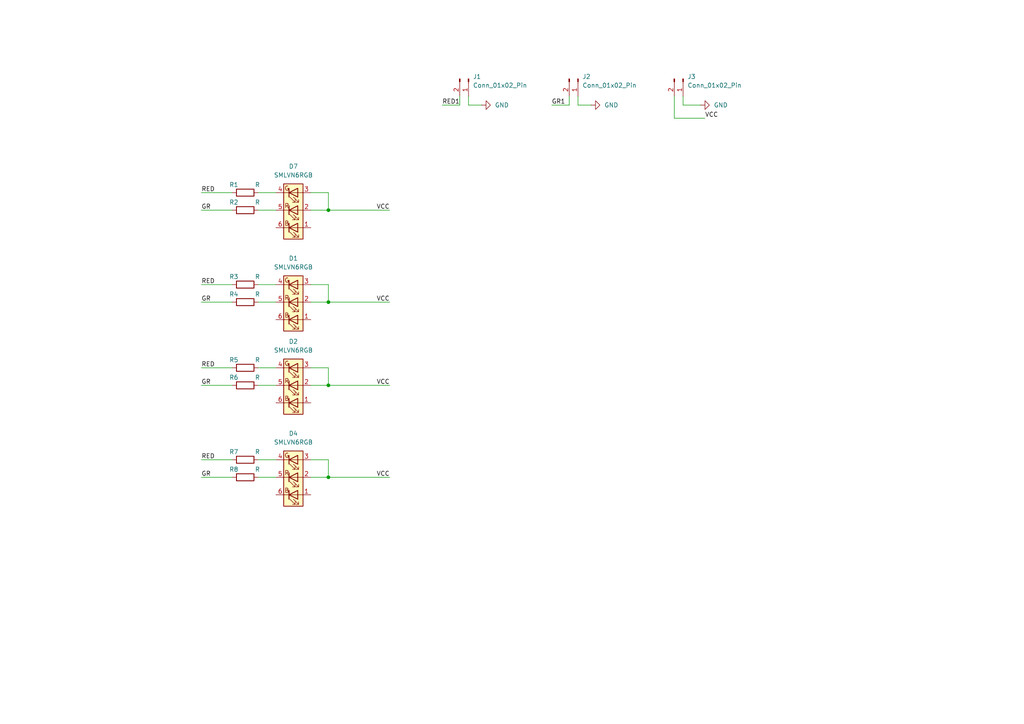
<source format=kicad_sch>
(kicad_sch (version 20231120) (generator "eeschema") (generator_version "8.0")
  (paper "A4")
  (lib_symbols
    (symbol "Connector:Conn_01x02_Pin" (pin_names (offset 1.016) hide)
      (property "Reference" "J" (at 0 2.54 0))
      (property "Value" "Conn_01x02_Pin" (at 0 -5.08 0))
      (symbol "Conn_01x02_Pin_1_1"
        (polyline (pts (xy 1.27 -2.54) (xy 0.8636 -2.54)) (stroke (width 0.1524)))
        (polyline (pts (xy 1.27 0) (xy 0.8636 0)) (stroke (width 0.1524)))
        (rectangle (start 0.8636 -2.413) (end 0 -2.667) (stroke (width 0.1524)) (fill (type outline)))
        (rectangle (start 0.8636 0.127) (end 0 -0.127) (stroke (width 0.1524)) (fill (type outline)))
        (pin passive line (at 5.08 0 180) (length 3.81) (name "Pin_1") (number "1"))
        (pin passive line (at 5.08 -2.54 180) (length 3.81) (name "Pin_2") (number "2"))
      )
    )
    (symbol "Device:R" (pin_numbers hide) (pin_names (offset 0))
      (property "Reference" "R" (at 2.032 0 90))
      (property "Value" "R" (at 0 0 90))
      (symbol "R_0_1"
        (rectangle (start -1.016 -2.54) (end 1.016 2.54) (stroke (width 0.254)))
      )
      (symbol "R_1_1"
        (pin passive line (at 0 3.81 270) (length 1.27) (name "~") (number "1"))
        (pin passive line (at 0 -3.81 90) (length 1.27) (name "~") (number "2"))
      )
    )
    (symbol "LED:SMLVN6RGB" (pin_names (offset 0) hide)
      (property "Reference" "D" (at 0 12.7 0))
      (property "Value" "SMLVN6RGB" (at 0 10.16 0))
      (symbol "SMLVN6RGB_0_0"
        (text "B" (at 1.905 3.81 0) (effects (font (size 1.27 1.27))))
        (text "G" (at 1.905 -6.35 0) (effects (font (size 1.27 1.27))))
        (text "R" (at 1.905 -1.27 0) (effects (font (size 1.27 1.27))))
      )
      (symbol "SMLVN6RGB_0_1"
        (rectangle (start -2.794 8.382) (end 2.794 -7.62) (stroke (width 0.254)) (fill (type background)))
        (rectangle (start -1.27 -1.27) (end -1.27 1.27))
        (rectangle (start -1.27 1.27) (end -1.27 1.27))
        (rectangle (start -1.27 3.81) (end -1.27 6.35))
        (rectangle (start -1.27 6.35) (end -1.27 6.35))
        (polyline (pts (xy -1.27 -5.08) (xy -2.54 -5.08)))
        (polyline (pts (xy -1.27 0) (xy -2.54 0)))
        (polyline (pts (xy -1.27 0) (xy 1.27 0)))
        (polyline (pts (xy -1.27 5.08) (xy -2.54 5.08)))
        (polyline (pts (xy 1.27 -5.08) (xy -1.27 -5.08)))
        (polyline (pts (xy 1.27 -5.08) (xy 2.54 -5.08)))
        (polyline (pts (xy 1.27 -3.81) (xy 1.27 -6.35)) (stroke (width 0.254)))
        (polyline (pts (xy 1.27 0) (xy 2.54 0)))
        (polyline (pts (xy 1.27 1.27) (xy 1.27 -1.27)) (stroke (width 0.254)))
        (polyline (pts (xy 1.27 5.08) (xy -1.27 5.08)))
        (polyline (pts (xy 1.27 5.08) (xy 2.54 5.08)))
        (polyline (pts (xy 1.27 6.35) (xy 1.27 3.81)) (stroke (width 0.254)))
        (polyline (pts (xy 1.27 1.27) (xy 1.27 -1.27) (xy 1.27 -1.27)))
        (polyline (pts (xy 1.27 6.35) (xy 1.27 3.81) (xy 1.27 3.81)))
        (polyline (pts (xy -1.27 -3.81) (xy -1.27 -6.35) (xy 1.27 -5.08) (xy -1.27 -3.81)) (stroke (width 0.254)))
        (polyline (pts (xy -1.27 1.27) (xy -1.27 -1.27) (xy 1.27 0) (xy -1.27 1.27)) (stroke (width 0.254)))
        (polyline (pts (xy -1.27 6.35) (xy -1.27 3.81) (xy 1.27 5.08) (xy -1.27 6.35)) (stroke (width 0.254)))
        (polyline (pts (xy 0 -3.81) (xy -1.524 -2.286) (xy -0.762 -2.286) (xy -1.524 -2.286) (xy -1.524 -3.048)))
        (polyline (pts (xy 0 1.27) (xy -1.524 2.794) (xy -0.762 2.794) (xy -1.524 2.794) (xy -1.524 2.032)))
        (polyline (pts (xy 0 6.35) (xy -1.524 7.874) (xy -0.762 7.874) (xy -1.524 7.874) (xy -1.524 7.112)))
        (polyline (pts (xy 1.016 -3.81) (xy -0.508 -2.286) (xy 0.254 -2.286) (xy -0.508 -2.286) (xy -0.508 -3.048)))
        (polyline (pts (xy 1.016 1.27) (xy -0.508 2.794) (xy 0.254 2.794) (xy -0.508 2.794) (xy -0.508 2.032)))
        (polyline (pts (xy 1.016 6.35) (xy -0.508 7.874) (xy 0.254 7.874) (xy -0.508 7.874) (xy -0.508 7.112)))
      )
      (symbol "SMLVN6RGB_1_1"
        (pin passive line (at -5.08 5.08 0) (length 2.54) (name "BA") (number "1"))
        (pin passive line (at -5.08 0 0) (length 2.54) (name "RA") (number "2"))
        (pin passive line (at -5.08 -5.08 0) (length 2.54) (name "GA") (number "3"))
        (pin passive line (at 5.08 -5.08 180) (length 2.54) (name "GK") (number "4"))
        (pin passive line (at 5.08 0 180) (length 2.54) (name "RK") (number "5"))
        (pin passive line (at 5.08 5.08 180) (length 2.54) (name "BK") (number "6"))
      )
    )
    (symbol "power:GND" (power) (pin_numbers hide) (pin_names (offset 0) hide)
      (property "Value" "GND" (at 0 -3.81 0))
      (symbol "GND_0_1"
        (polyline (pts (xy 0 0) (xy 0 -1.27) (xy 1.27 -1.27) (xy 0 -2.54) (xy -1.27 -1.27) (xy 0 -1.27)))
      )
      (symbol "GND_1_1"
        (pin power_in line (at 0 0 270) (length 0) (name "~") (number "1"))
      )
    )
  )
  (junction (at 95.25 87.63))
  (junction (at 95.25 138.43))
  (junction (at 95.25 111.76))
  (junction (at 95.25 60.96))
  (wire (pts (xy 195.58 27.94) (xy 195.58 34.29)))
  (wire (pts (xy 58.42 55.88) (xy 67.31 55.88)))
  (wire (pts (xy 90.17 111.76) (xy 95.25 111.76)))
  (wire (pts (xy 160.02 30.48) (xy 165.1 30.48)))
  (wire (pts (xy 74.93 133.35) (xy 80.01 133.35)))
  (wire (pts (xy 128.27 30.48) (xy 133.35 30.48)))
  (wire (pts (xy 58.42 60.96) (xy 67.31 60.96)))
  (wire (pts (xy 95.25 60.96) (xy 113.03 60.96)))
  (wire (pts (xy 74.93 60.96) (xy 80.01 60.96)))
  (wire (pts (xy 198.12 30.48) (xy 203.2 30.48)))
  (wire (pts (xy 95.25 87.63) (xy 113.03 87.63)))
  (wire (pts (xy 95.25 133.35) (xy 95.25 138.43)))
  (wire (pts (xy 198.12 27.94) (xy 198.12 30.48)))
  (wire (pts (xy 58.42 133.35) (xy 67.31 133.35)))
  (wire (pts (xy 90.17 106.68) (xy 95.25 106.68)))
  (wire (pts (xy 135.89 30.48) (xy 139.7 30.48)))
  (wire (pts (xy 165.1 27.94) (xy 165.1 30.48)))
  (wire (pts (xy 58.42 138.43) (xy 67.31 138.43)))
  (wire (pts (xy 74.93 111.76) (xy 80.01 111.76)))
  (wire (pts (xy 90.17 133.35) (xy 95.25 133.35)))
  (wire (pts (xy 95.25 60.96) (xy 95.25 55.88)))
  (wire (pts (xy 167.64 27.94) (xy 167.64 30.48)))
  (wire (pts (xy 58.42 106.68) (xy 67.31 106.68)))
  (wire (pts (xy 90.17 82.55) (xy 95.25 82.55)))
  (wire (pts (xy 90.17 87.63) (xy 95.25 87.63)))
  (wire (pts (xy 58.42 82.55) (xy 67.31 82.55)))
  (wire (pts (xy 74.93 87.63) (xy 80.01 87.63)))
  (wire (pts (xy 74.93 82.55) (xy 80.01 82.55)))
  (wire (pts (xy 74.93 106.68) (xy 80.01 106.68)))
  (wire (pts (xy 95.25 82.55) (xy 95.25 87.63)))
  (wire (pts (xy 95.25 55.88) (xy 90.17 55.88)))
  (wire (pts (xy 135.89 27.94) (xy 135.89 30.48)))
  (wire (pts (xy 95.25 111.76) (xy 113.03 111.76)))
  (wire (pts (xy 74.93 55.88) (xy 80.01 55.88)))
  (wire (pts (xy 95.25 106.68) (xy 95.25 111.76)))
  (wire (pts (xy 95.25 138.43) (xy 113.03 138.43)))
  (wire (pts (xy 58.42 111.76) (xy 67.31 111.76)))
  (wire (pts (xy 167.64 30.48) (xy 171.45 30.48)))
  (wire (pts (xy 90.17 138.43) (xy 95.25 138.43)))
  (wire (pts (xy 90.17 60.96) (xy 95.25 60.96)))
  (wire (pts (xy 74.93 138.43) (xy 80.01 138.43)))
  (wire (pts (xy 133.35 27.94) (xy 133.35 30.48)))
  (wire (pts (xy 195.58 34.29) (xy 204.47 34.29)))
  (wire (pts (xy 58.42 87.63) (xy 67.31 87.63)))
  (label "VCC" (at 204.47 34.29 0))
  (label "GR" (at 58.42 87.63 0))
  (label "GR" (at 58.42 138.43 0))
  (label "GR" (at 58.42 111.76 0))
  (label "RED" (at 58.42 55.88 0))
  (label "VCC" (at 113.03 87.63 180))
  (label "RED" (at 58.42 82.55 0))
  (label "RED" (at 58.42 133.35 0))
  (label "VCC" (at 113.03 111.76 180))
  (label "RED" (at 58.42 106.68 0))
  (label "GR" (at 58.42 60.96 0))
  (label "VCC" (at 113.03 60.96 180))
  (label "RED1" (at 128.27 30.48 0))
  (label "GR1" (at 160.02 30.48 0))
  (label "VCC" (at 113.03 138.43 180))
  (symbol (lib_id "power:GND") (at 171.45 30.48 90) (unit 1)
    (property "Reference" "#PWR02" (effects (hide yes)))
    (property "Value" "GND" (at 175.26 30.4799 90) (effects (justify right)))
    (property "Description" "Power symbol creates a global label with name \"GND\" , ground" (effects (hide yes)))
  )
  (symbol (lib_id "Connector:Conn_01x02_Pin") (at 167.64 22.86 270) (unit 1)
    (property "Reference" "J2" (at 168.91 22.2249 90) (effects (justify left)))
    (property "Value" "Conn_01x02_Pin" (at 168.91 24.7649 90) (effects (justify left)))
    (property "Footprint" "Connector_PinHeader_2.54mm:PinHeader_1x02_P2.54mm_Vertical" (effects (hide yes)))
    (property "Description" "Generic connector, single row, 01x02, script generated" (effects (hide yes)))
  )
  (symbol (lib_id "power:GND") (at 203.2 30.48 90) (unit 1)
    (property "Reference" "#PWR03" (effects (hide yes)))
    (property "Value" "GND" (at 207.01 30.4799 90) (effects (justify right)))
    (property "Description" "Power symbol creates a global label with name \"GND\" , ground" (effects (hide yes)))
  )
  (symbol (lib_id "power:GND") (at 139.7 30.48 90) (unit 1)
    (property "Reference" "#PWR01" (effects (hide yes)))
    (property "Value" "GND" (at 143.51 30.4799 90) (effects (justify right)))
    (property "Description" "Power symbol creates a global label with name \"GND\" , ground" (effects (hide yes)))
  )
  (symbol (lib_id "LED:SMLVN6RGB") (at 85.09 87.63 180) (unit 1)
    (property "Reference" "D1" (at 85.09 74.93 0))
    (property "Value" "SMLVN6RGB" (at 85.09 77.47 0))
    (property "Footprint" "LED_SMD_Handsolder:LED_RGB_5050-6-HandSolder" (effects (hide yes)))
    (property "Datasheet" "https://www.rohm.com/datasheet/SMLVN6RGB1U" (effects (hide yes)))
    (property "Description" "High Brightness Tri-Color LED, RGB, 3.5x2.8mm" (effects (hide yes)))
  )
  (symbol (lib_id "Connector:Conn_01x02_Pin") (at 198.12 22.86 270) (unit 1)
    (property "Reference" "J3" (at 199.39 22.2249 90) (effects (justify left)))
    (property "Value" "Conn_01x02_Pin" (at 199.39 24.7649 90) (effects (justify left)))
    (property "Footprint" "Connector_PinHeader_2.54mm:PinHeader_1x02_P2.54mm_Vertical" (effects (hide yes)))
    (property "Description" "Generic connector, single row, 01x02, script generated" (effects (hide yes)))
  )
  (symbol (lib_id "Device:R") (at 71.12 133.35 90) (unit 1)
    (property "Reference" "R7" (at 67.818 131.064 90))
    (property "Value" "R" (at 74.676 131.064 90))
    (property "Footprint" "Resistor_SMD:R_0805_2012Metric_Pad1.20x1.40mm_HandSolder" (effects (hide yes)))
    (property "Description" "Resistor" (effects (hide yes)))
  )
  (symbol (lib_id "LED:SMLVN6RGB") (at 85.09 60.96 180) (unit 1)
    (property "Reference" "D7" (at 85.09 48.26 0))
    (property "Value" "SMLVN6RGB" (at 85.09 50.8 0))
    (property "Footprint" "LED_SMD_Handsolder:LED_RGB_5050-6-HandSolder" (effects (hide yes)))
    (property "Datasheet" "https://www.rohm.com/datasheet/SMLVN6RGB1U" (effects (hide yes)))
    (property "Description" "High Brightness Tri-Color LED, RGB, 3.5x2.8mm" (effects (hide yes)))
  )
  (symbol (lib_id "Device:R") (at 71.12 106.68 90) (unit 1)
    (property "Reference" "R5" (at 67.818 104.394 90))
    (property "Value" "R" (at 74.676 104.394 90))
    (property "Footprint" "Resistor_SMD:R_0805_2012Metric_Pad1.20x1.40mm_HandSolder" (effects (hide yes)))
    (property "Description" "Resistor" (effects (hide yes)))
  )
  (symbol (lib_id "Connector:Conn_01x02_Pin") (at 135.89 22.86 270) (unit 1)
    (property "Reference" "J1" (at 137.16 22.2249 90) (effects (justify left)))
    (property "Value" "Conn_01x02_Pin" (at 137.16 24.7649 90) (effects (justify left)))
    (property "Footprint" "Connector_PinHeader_2.54mm:PinHeader_1x02_P2.54mm_Vertical" (effects (hide yes)))
    (property "Description" "Generic connector, single row, 01x02, script generated" (effects (hide yes)))
  )
  (symbol (lib_id "Device:R") (at 71.12 55.88 90) (unit 1)
    (property "Reference" "R1" (at 67.818 53.594 90))
    (property "Value" "R" (at 74.676 53.594 90))
    (property "Footprint" "Resistor_SMD:R_0805_2012Metric_Pad1.20x1.40mm_HandSolder" (effects (hide yes)))
    (property "Description" "Resistor" (effects (hide yes)))
  )
  (symbol (lib_id "Device:R") (at 71.12 87.63 90) (unit 1)
    (property "Reference" "R4" (at 67.818 85.344 90))
    (property "Value" "R" (at 74.676 85.344 90))
    (property "Footprint" "Resistor_SMD:R_0805_2012Metric_Pad1.20x1.40mm_HandSolder" (effects (hide yes)))
    (property "Description" "Resistor" (effects (hide yes)))
  )
  (symbol (lib_id "Device:R") (at 71.12 111.76 90) (unit 1)
    (property "Reference" "R6" (at 67.818 109.474 90))
    (property "Value" "R" (at 74.676 109.474 90))
    (property "Footprint" "Resistor_SMD:R_0805_2012Metric_Pad1.20x1.40mm_HandSolder" (effects (hide yes)))
    (property "Description" "Resistor" (effects (hide yes)))
  )
  (symbol (lib_id "Device:R") (at 71.12 60.96 90) (unit 1)
    (property "Reference" "R2" (at 67.818 58.674 90))
    (property "Value" "R" (at 74.676 58.674 90))
    (property "Footprint" "Resistor_SMD:R_0805_2012Metric_Pad1.20x1.40mm_HandSolder" (effects (hide yes)))
    (property "Description" "Resistor" (effects (hide yes)))
  )
  (symbol (lib_id "LED:SMLVN6RGB") (at 85.09 111.76 180) (unit 1)
    (property "Reference" "D2" (at 85.09 99.06 0))
    (property "Value" "SMLVN6RGB" (at 85.09 101.6 0))
    (property "Footprint" "LED_SMD_Handsolder:LED_RGB_5050-6-HandSolder" (effects (hide yes)))
    (property "Datasheet" "https://www.rohm.com/datasheet/SMLVN6RGB1U" (effects (hide yes)))
    (property "Description" "High Brightness Tri-Color LED, RGB, 3.5x2.8mm" (effects (hide yes)))
  )
  (symbol (lib_id "Device:R") (at 71.12 138.43 90) (unit 1)
    (property "Reference" "R8" (at 67.818 136.144 90))
    (property "Value" "R" (at 74.676 136.144 90))
    (property "Footprint" "Resistor_SMD:R_0805_2012Metric_Pad1.20x1.40mm_HandSolder" (effects (hide yes)))
    (property "Description" "Resistor" (effects (hide yes)))
  )
  (symbol (lib_id "LED:SMLVN6RGB") (at 85.09 138.43 180) (unit 1)
    (property "Reference" "D4" (at 85.09 125.73 0))
    (property "Value" "SMLVN6RGB" (at 85.09 128.27 0))
    (property "Footprint" "LED_SMD_Handsolder:LED_RGB_5050-6-HandSolder" (effects (hide yes)))
    (property "Datasheet" "https://www.rohm.com/datasheet/SMLVN6RGB1U" (effects (hide yes)))
    (property "Description" "High Brightness Tri-Color LED, RGB, 3.5x2.8mm" (effects (hide yes)))
  )
  (symbol (lib_id "Device:R") (at 71.12 82.55 90) (unit 1)
    (property "Reference" "R3" (at 67.818 80.264 90))
    (property "Value" "R" (at 74.676 80.264 90))
    (property "Footprint" "Resistor_SMD:R_0805_2012Metric_Pad1.20x1.40mm_HandSolder" (effects (hide yes)))
    (property "Description" "Resistor" (effects (hide yes)))
  )
)
</source>
